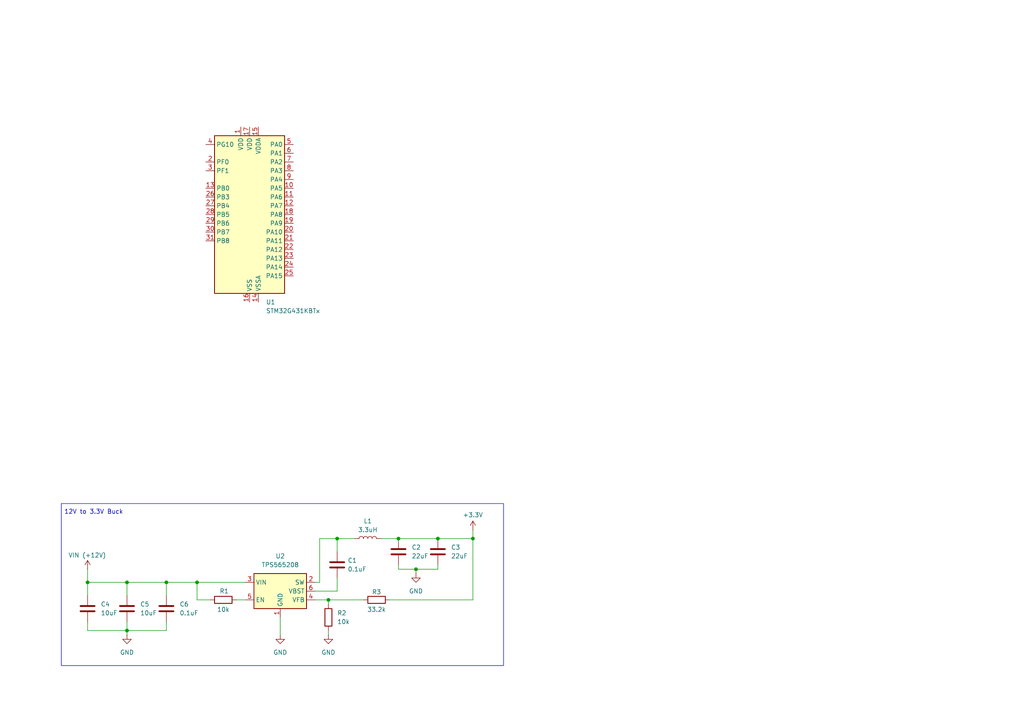
<source format=kicad_sch>
(kicad_sch (version 20231120) (generator "eeschema") (generator_version "8.0")
  (paper "A4")
  (title_block (title "MINI-STM") (date "5/22/2024") (rev "0.0.1") (company "David J. Morvay"))
  (lib_symbols
    (symbol "Device:C" (pin_numbers hide) (pin_names (offset 0.254))
      (property "Reference" "C" (at 0.635 2.54 0))
      (property "Value" "C" (at 0.635 -2.54 0))
      (symbol "C_0_1"
        (polyline (pts (xy -2.032 -0.762) (xy 2.032 -0.762)) (stroke (width 0.508)))
        (polyline (pts (xy -2.032 0.762) (xy 2.032 0.762)) (stroke (width 0.508)))
      )
      (symbol "C_1_1"
        (pin passive line (at 0 3.81 270) (length 2.794) (name "~") (number "1"))
        (pin passive line (at 0 -3.81 90) (length 2.794) (name "~") (number "2"))
      )
    )
    (symbol "Device:L" (pin_numbers hide) (pin_names (offset 1.016) hide)
      (property "Reference" "L" (at -1.27 0 90))
      (property "Value" "L" (at 1.905 0 90))
      (symbol "L_0_1"
        (arc (start 0 -2.54) (mid 0.6323 -1.905) (end 0 -1.27))
        (arc (start 0 -1.27) (mid 0.6323 -0.635) (end 0 0))
        (arc (start 0 0) (mid 0.6323 0.635) (end 0 1.27))
        (arc (start 0 1.27) (mid 0.6323 1.905) (end 0 2.54))
      )
      (symbol "L_1_1"
        (pin passive line (at 0 3.81 270) (length 1.27) (name "1") (number "1"))
        (pin passive line (at 0 -3.81 90) (length 1.27) (name "2") (number "2"))
      )
    )
    (symbol "Device:R" (pin_numbers hide) (pin_names (offset 0))
      (property "Reference" "R" (at 2.032 0 90))
      (property "Value" "R" (at 0 0 90))
      (symbol "R_0_1"
        (rectangle (start -1.016 -2.54) (end 1.016 2.54) (stroke (width 0.254)))
      )
      (symbol "R_1_1"
        (pin passive line (at 0 3.81 270) (length 1.27) (name "~") (number "1"))
        (pin passive line (at 0 -3.81 90) (length 1.27) (name "~") (number "2"))
      )
    )
    (symbol "MCU_ST_STM32G4:STM32G431KBTx"
      (property "Reference" "U" (at -10.16 24.13 0))
      (property "Value" "STM32G431KBTx" (at 5.08 24.13 0))
      (symbol "STM32G431KBTx_0_1"
        (rectangle (start -10.16 -22.86) (end 10.16 22.86) (stroke (width 0.254)) (fill (type background)))
      )
      (symbol "STM32G431KBTx_1_1"
        (pin power_in line (at -2.54 25.4 270) (length 2.54) (name "VDD") (number "1"))
        (pin bidirectional line (at 12.7 7.62 180) (length 2.54) (name "PA5") (number "10"))
        (pin bidirectional line (at 12.7 5.08 180) (length 2.54) (name "PA6") (number "11"))
        (pin bidirectional line (at 12.7 2.54 180) (length 2.54) (name "PA7") (number "12"))
        (pin bidirectional line (at -12.7 7.62 0) (length 2.54) (name "PB0") (number "13"))
        (pin power_in line (at 2.54 -25.4 90) (length 2.54) (name "VSSA") (number "14"))
        (pin power_in line (at 2.54 25.4 270) (length 2.54) (name "VDDA") (number "15"))
        (pin power_in line (at 0 -25.4 90) (length 2.54) (name "VSS") (number "16"))
        (pin power_in line (at 0 25.4 270) (length 2.54) (name "VDD") (number "17"))
        (pin bidirectional line (at 12.7 0 180) (length 2.54) (name "PA8") (number "18"))
        (pin bidirectional line (at 12.7 -2.54 180) (length 2.54) (name "PA9") (number "19"))
        (pin bidirectional line (at -12.7 15.24 0) (length 2.54) (name "PF0") (number "2"))
        (pin bidirectional line (at 12.7 -5.08 180) (length 2.54) (name "PA10") (number "20"))
        (pin bidirectional line (at 12.7 -7.62 180) (length 2.54) (name "PA11") (number "21"))
        (pin bidirectional line (at 12.7 -10.16 180) (length 2.54) (name "PA12") (number "22"))
        (pin bidirectional line (at 12.7 -12.7 180) (length 2.54) (name "PA13") (number "23"))
        (pin bidirectional line (at 12.7 -15.24 180) (length 2.54) (name "PA14") (number "24"))
        (pin bidirectional line (at 12.7 -17.78 180) (length 2.54) (name "PA15") (number "25"))
        (pin bidirectional line (at -12.7 5.08 0) (length 2.54) (name "PB3") (number "26"))
        (pin bidirectional line (at -12.7 2.54 0) (length 2.54) (name "PB4") (number "27"))
        (pin bidirectional line (at -12.7 0 0) (length 2.54) (name "PB5") (number "28"))
        (pin bidirectional line (at -12.7 -2.54 0) (length 2.54) (name "PB6") (number "29"))
        (pin bidirectional line (at -12.7 12.7 0) (length 2.54) (name "PF1") (number "3"))
        (pin bidirectional line (at -12.7 -5.08 0) (length 2.54) (name "PB7") (number "30"))
        (pin bidirectional line (at -12.7 -7.62 0) (length 2.54) (name "PB8") (number "31"))
        (pin passive line (at 0 -25.4 90) (length 2.54) hide (name "VSS") (number "32"))
        (pin bidirectional line (at -12.7 20.32 0) (length 2.54) (name "PG10") (number "4"))
        (pin bidirectional line (at 12.7 20.32 180) (length 2.54) (name "PA0") (number "5"))
        (pin bidirectional line (at 12.7 17.78 180) (length 2.54) (name "PA1") (number "6"))
        (pin bidirectional line (at 12.7 15.24 180) (length 2.54) (name "PA2") (number "7"))
        (pin bidirectional line (at 12.7 12.7 180) (length 2.54) (name "PA3") (number "8"))
        (pin bidirectional line (at 12.7 10.16 180) (length 2.54) (name "PA4") (number "9"))
      )
    )
    (symbol "Regulator_Switching:TPS565208"
      (property "Reference" "U" (at -7.62 6.35 0))
      (property "Value" "TPS565208" (at -2.54 6.35 0))
      (symbol "TPS565208_0_1"
        (rectangle (start -7.62 5.08) (end 7.62 -5.08) (stroke (width 0.254)) (fill (type background)))
      )
      (symbol "TPS565208_1_1"
        (pin power_in line (at 0 -7.62 90) (length 2.54) (name "GND") (number "1"))
        (pin output line (at 10.16 2.54 180) (length 2.54) (name "SW") (number "2"))
        (pin power_in line (at -10.16 2.54 0) (length 2.54) (name "VIN") (number "3"))
        (pin input line (at 10.16 -2.54 180) (length 2.54) (name "VFB") (number "4"))
        (pin input line (at -10.16 -2.54 0) (length 2.54) (name "EN") (number "5"))
        (pin passive line (at 10.16 0 180) (length 2.54) (name "VBST") (number "6"))
      )
    )
    (symbol "power:+3.3V" (power) (pin_numbers hide) (pin_names (offset 0) hide)
      (property "Value" "+3.3V" (at 0 3.556 0))
      (symbol "+3.3V_0_1"
        (polyline (pts (xy -0.762 1.27) (xy 0 2.54)))
        (polyline (pts (xy 0 0) (xy 0 2.54)))
        (polyline (pts (xy 0 2.54) (xy 0.762 1.27)))
      )
      (symbol "+3.3V_1_1"
        (pin power_in line (at 0 0 90) (length 0) (name "~") (number "1"))
      )
    )
    (symbol "power:GND" (power) (pin_numbers hide) (pin_names (offset 0) hide)
      (property "Value" "GND" (at 0 -3.81 0))
      (symbol "GND_0_1"
        (polyline (pts (xy 0 0) (xy 0 -1.27) (xy 1.27 -1.27) (xy 0 -2.54) (xy -1.27 -1.27) (xy 0 -1.27)))
      )
      (symbol "GND_1_1"
        (pin power_in line (at 0 0 270) (length 0) (name "~") (number "1"))
      )
    )
    (symbol "power:VDC" (power) (pin_numbers hide) (pin_names (offset 0) hide)
      (property "Value" "VDC" (at 0 3.556 0))
      (symbol "VDC_0_1"
        (polyline (pts (xy -0.762 1.27) (xy 0 2.54)))
        (polyline (pts (xy 0 0) (xy 0 2.54)))
        (polyline (pts (xy 0 2.54) (xy 0.762 1.27)))
      )
      (symbol "VDC_1_1"
        (pin power_in line (at 0 0 90) (length 0) (name "~") (number "1"))
      )
    )
  )
  (junction (at 137.16 156.21))
  (junction (at 127 156.21))
  (junction (at 36.83 168.91))
  (junction (at 120.65 165.1))
  (junction (at 95.25 173.99))
  (junction (at 115.57 156.21))
  (junction (at 48.26 168.91))
  (junction (at 36.83 182.88))
  (junction (at 25.4 168.91))
  (junction (at 97.79 156.21))
  (junction (at 57.15 168.91))
  (wire (pts (xy 91.44 173.99) (xy 95.25 173.99)))
  (wire (pts (xy 120.65 166.37) (xy 120.65 165.1)))
  (wire (pts (xy 48.26 168.91) (xy 57.15 168.91)))
  (wire (pts (xy 115.57 156.21) (xy 127 156.21)))
  (wire (pts (xy 68.58 173.99) (xy 71.12 173.99)))
  (wire (pts (xy 36.83 168.91) (xy 48.26 168.91)))
  (wire (pts (xy 137.16 156.21) (xy 127 156.21)))
  (wire (pts (xy 95.25 173.99) (xy 95.25 175.26)))
  (wire (pts (xy 25.4 168.91) (xy 36.83 168.91)))
  (wire (pts (xy 36.83 182.88) (xy 48.26 182.88)))
  (wire (pts (xy 110.49 156.21) (xy 115.57 156.21)))
  (wire (pts (xy 25.4 182.88) (xy 36.83 182.88)))
  (wire (pts (xy 36.83 184.15) (xy 36.83 182.88)))
  (wire (pts (xy 60.96 173.99) (xy 57.15 173.99)))
  (wire (pts (xy 92.71 168.91) (xy 91.44 168.91)))
  (wire (pts (xy 137.16 153.67) (xy 137.16 156.21)))
  (wire (pts (xy 95.25 182.88) (xy 95.25 184.15)))
  (wire (pts (xy 57.15 173.99) (xy 57.15 168.91)))
  (wire (pts (xy 25.4 165.1) (xy 25.4 168.91)))
  (wire (pts (xy 95.25 173.99) (xy 105.41 173.99)))
  (wire (pts (xy 115.57 165.1) (xy 120.65 165.1)))
  (wire (pts (xy 113.03 173.99) (xy 137.16 173.99)))
  (wire (pts (xy 97.79 171.45) (xy 91.44 171.45)))
  (wire (pts (xy 127 163.83) (xy 127 165.1)))
  (wire (pts (xy 25.4 168.91) (xy 25.4 172.72)))
  (wire (pts (xy 92.71 156.21) (xy 97.79 156.21)))
  (wire (pts (xy 36.83 168.91) (xy 36.83 172.72)))
  (wire (pts (xy 25.4 180.34) (xy 25.4 182.88)))
  (wire (pts (xy 48.26 180.34) (xy 48.26 182.88)))
  (wire (pts (xy 120.65 165.1) (xy 127 165.1)))
  (wire (pts (xy 97.79 160.02) (xy 97.79 156.21)))
  (wire (pts (xy 57.15 168.91) (xy 71.12 168.91)))
  (wire (pts (xy 48.26 168.91) (xy 48.26 172.72)))
  (wire (pts (xy 97.79 156.21) (xy 102.87 156.21)))
  (wire (pts (xy 137.16 173.99) (xy 137.16 156.21)))
  (wire (pts (xy 92.71 156.21) (xy 92.71 168.91)))
  (wire (pts (xy 36.83 180.34) (xy 36.83 182.88)))
  (wire (pts (xy 81.28 179.07) (xy 81.28 184.15)))
  (wire (pts (xy 115.57 163.83) (xy 115.57 165.1)))
  (wire (pts (xy 97.79 167.64) (xy 97.79 171.45)))
  (rectangle (start 17.78 146.05) (end 146.05 193.04))
  (text "12V to 3.3V Buck" (at 27.178 148.59 0) (effects (font (size 1.27 1.27))))
  (symbol (lib_id "Device:C") (at 36.83 176.53 0) (unit 1)
    (property "Reference" "C5" (at 40.64 175.2599 0) (effects (justify left)))
    (property "Value" "10uF" (at 40.64 177.7999 0) (effects (justify left)))
    (property "Description" "Unpolarized capacitor" (effects (hide yes)))
  )
  (symbol (lib_id "power:VDC") (at 25.4 165.1 0) (unit 1)
    (property "Reference" "#PWR01" (effects (hide yes)))
    (property "Value" "VIN (+12V)" (at 19.812 161.036 0) (effects (justify left)))
    (property "Description" "Power symbol creates a global label with name \"VDC\"" (effects (hide yes)))
  )
  (symbol (lib_id "Device:R") (at 64.77 173.99 90) (unit 1)
    (property "Reference" "R1" (at 65.024 171.45 90))
    (property "Value" "10k" (at 64.77 176.784 90))
    (property "Description" "Resistor" (effects (hide yes)))
  )
  (symbol (lib_id "Device:R") (at 95.25 179.07 0) (unit 1)
    (property "Reference" "R2" (at 97.79 177.7999 0) (effects (justify left)))
    (property "Value" "10k" (at 97.79 180.3399 0) (effects (justify left)))
    (property "Description" "Resistor" (effects (hide yes)))
  )
  (symbol (lib_id "Device:L") (at 106.68 156.21 90) (unit 1)
    (property "Reference" "L1" (at 106.68 151.13 90))
    (property "Value" "3.3uH" (at 106.68 153.67 90))
    (property "Description" "Inductor" (effects (hide yes)))
  )
  (symbol (lib_id "power:GND") (at 81.28 184.15 0) (unit 1)
    (property "Reference" "#PWR03" (effects (hide yes)))
    (property "Value" "GND" (at 81.28 189.23 0))
    (property "Description" "Power symbol creates a global label with name \"GND\" , ground" (effects (hide yes)))
  )
  (symbol (lib_id "Device:C") (at 127 160.02 0) (unit 1)
    (property "Reference" "C3" (at 130.81 158.7499 0) (effects (justify left)))
    (property "Value" "22uF" (at 130.81 161.2899 0) (effects (justify left)))
    (property "Description" "Unpolarized capacitor" (effects (hide yes)))
  )
  (symbol (lib_id "power:GND") (at 36.83 184.15 0) (unit 1)
    (property "Reference" "#PWR02" (effects (hide yes)))
    (property "Value" "GND" (at 36.83 189.23 0))
    (property "Description" "Power symbol creates a global label with name \"GND\" , ground" (effects (hide yes)))
  )
  (symbol (lib_id "MCU_ST_STM32G4:STM32G431KBTx") (at 72.39 62.23 0) (unit 1)
    (property "Reference" "U1" (at 77.1241 87.63 0) (effects (justify left)))
    (property "Value" "STM32G431KBTx" (at 77.1241 90.17 0) (effects (justify left)))
    (property "Footprint" "Package_QFP:LQFP-32_7x7mm_P0.8mm" (effects (hide yes)))
    (property "Datasheet" "https://www.st.com/resource/en/datasheet/stm32g431kb.pdf" (effects (hide yes)))
    (property "Description" "STMicroelectronics Arm Cortex-M4 MCU, 128KB flash, 32KB RAM, 170 MHz, 1.71-3.6V, 26 GPIO, LQFP32" (effects (hide yes)))
  )
  (symbol (lib_id "Device:C") (at 97.79 163.83 180) (unit 1)
    (property "Reference" "C1" (at 100.838 162.56 0) (effects (justify right)))
    (property "Value" "0.1uF" (at 100.838 165.1 0) (effects (justify right)))
    (property "Description" "Unpolarized capacitor" (effects (hide yes)))
  )
  (symbol (lib_id "Device:R") (at 109.22 173.99 90) (unit 1)
    (property "Reference" "R3" (at 109.22 171.704 90))
    (property "Value" "33.2k" (at 109.22 176.784 90))
    (property "Description" "Resistor" (effects (hide yes)))
  )
  (symbol (lib_id "Device:C") (at 48.26 176.53 0) (unit 1)
    (property "Reference" "C6" (at 52.07 175.2599 0) (effects (justify left)))
    (property "Value" "0.1uF" (at 52.07 177.7999 0) (effects (justify left)))
    (property "Description" "Unpolarized capacitor" (effects (hide yes)))
  )
  (symbol (lib_id "Device:C") (at 25.4 176.53 0) (unit 1)
    (property "Reference" "C4" (at 29.21 175.2599 0) (effects (justify left)))
    (property "Value" "10uF" (at 29.21 177.7999 0) (effects (justify left)))
    (property "Description" "Unpolarized capacitor" (effects (hide yes)))
  )
  (symbol (lib_id "power:GND") (at 95.25 184.15 0) (unit 1)
    (property "Reference" "#PWR05" (effects (hide yes)))
    (property "Value" "GND" (at 95.25 189.23 0))
    (property "Description" "Power symbol creates a global label with name \"GND\" , ground" (effects (hide yes)))
  )
  (symbol (lib_id "Regulator_Switching:TPS565208") (at 81.28 171.45 0) (unit 1)
    (property "Reference" "U2" (at 81.28 161.29 0))
    (property "Value" "TPS565208" (at 81.28 163.83 0))
    (property "Footprint" "Package_TO_SOT_SMD:SOT-23-6" (effects (hide yes)))
    (property "Datasheet" "http://www.ti.com/lit/ds/symlink/tps565208.pdf" (effects (hide yes)))
    (property "Description" "5A Synchronous Step-Down Voltage Regulator, Adjustable Output Voltage, 4.5-17V Input Voltage, SOT-23-6" (effects (hide yes)))
  )
  (symbol (lib_id "power:GND") (at 120.65 166.37 0) (unit 1)
    (property "Reference" "#PWR04" (effects (hide yes)))
    (property "Value" "GND" (at 120.65 171.45 0))
    (property "Description" "Power symbol creates a global label with name \"GND\" , ground" (effects (hide yes)))
  )
  (symbol (lib_id "power:+3.3V") (at 137.16 153.67 0) (unit 1)
    (property "Reference" "#PWR06" (effects (hide yes)))
    (property "Value" "+3.3V" (at 137.16 149.352 0))
    (property "Description" "Power symbol creates a global label with name \"+3.3V\"" (effects (hide yes)))
  )
  (symbol (lib_id "Device:C") (at 115.57 160.02 0) (unit 1)
    (property "Reference" "C2" (at 119.38 158.7499 0) (effects (justify left)))
    (property "Value" "22uF" (at 119.38 161.2899 0) (effects (justify left)))
    (property "Description" "Unpolarized capacitor" (effects (hide yes)))
  )
)
</source>
